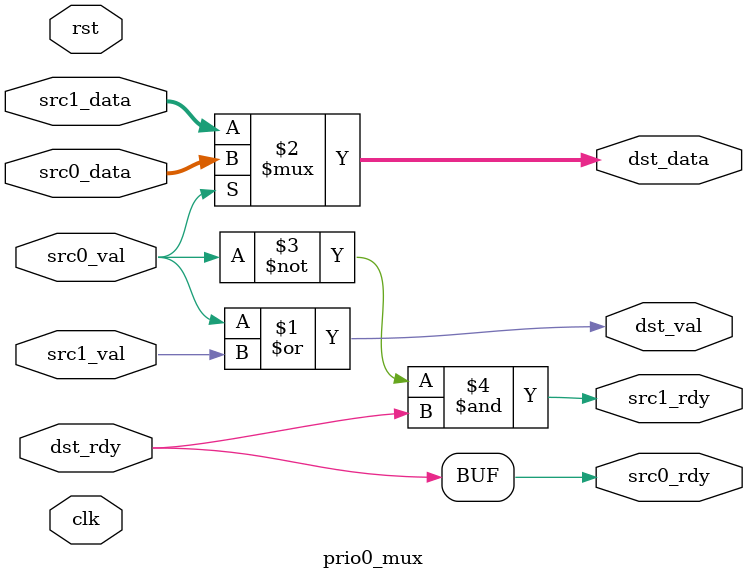
<source format=sv>
module prio0_mux #(
    parameter DATA_W = -1
)(
     input clk
    ,input rst

    ,input  logic                   src0_val
    ,input  logic   [DATA_W-1:0]    src0_data
    ,output logic                   src0_rdy

    ,input  logic                   src1_val
    ,input  logic   [DATA_W-1:0]    src1_data
    ,output logic                   src1_rdy

    ,output logic                   dst_val
    ,output logic   [DATA_W-1:0]    dst_data
    ,input  logic                   dst_rdy
);

    assign dst_val = src0_val | src1_val;
    
    assign dst_data = src0_val
                    ? src0_data
                    : src1_data;

    assign src0_rdy = dst_rdy;
    assign src1_rdy = ~src0_val & dst_rdy;
endmodule

</source>
